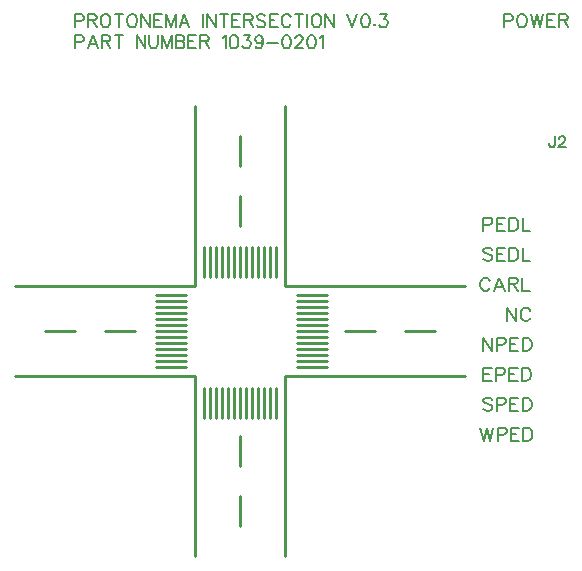
<source format=gto>
G04 Layer: TopSilkscreenLayer*
G04 Panelize: , Column: 2, Row: 2, Board Size: 58.42mm x 58.42mm, Panelized Board Size: 118.84mm x 118.84mm*
G04 EasyEDA v6.5.32, 2023-07-25 14:04:49*
G04 e28a03a1de13489cb67d3f9b02de052e,5a6b42c53f6a479593ecc07194224c93,10*
G04 Gerber Generator version 0.2*
G04 Scale: 100 percent, Rotated: No, Reflected: No *
G04 Dimensions in millimeters *
G04 leading zeros omitted , absolute positions ,4 integer and 5 decimal *
%FSLAX45Y45*%
%MOMM*%

%ADD10C,0.1524*%
%ADD11C,0.2540*%

%LPD*%
D10*
X762000Y5423915D02*
G01*
X762000Y5314950D01*
X762000Y5423915D02*
G01*
X808736Y5423915D01*
X824229Y5418836D01*
X829563Y5413502D01*
X834644Y5403087D01*
X834644Y5387594D01*
X829563Y5377179D01*
X824229Y5372100D01*
X808736Y5366765D01*
X762000Y5366765D01*
X910589Y5423915D02*
G01*
X868934Y5314950D01*
X910589Y5423915D02*
G01*
X952245Y5314950D01*
X884681Y5351271D02*
G01*
X936497Y5351271D01*
X986536Y5423915D02*
G01*
X986536Y5314950D01*
X986536Y5423915D02*
G01*
X1033271Y5423915D01*
X1048765Y5418836D01*
X1054100Y5413502D01*
X1059179Y5403087D01*
X1059179Y5392673D01*
X1054100Y5382260D01*
X1048765Y5377179D01*
X1033271Y5372100D01*
X986536Y5372100D01*
X1022857Y5372100D02*
G01*
X1059179Y5314950D01*
X1129792Y5423915D02*
G01*
X1129792Y5314950D01*
X1093470Y5423915D02*
G01*
X1166113Y5423915D01*
X1280413Y5423915D02*
G01*
X1280413Y5314950D01*
X1280413Y5423915D02*
G01*
X1353312Y5314950D01*
X1353312Y5423915D02*
G01*
X1353312Y5314950D01*
X1387602Y5423915D02*
G01*
X1387602Y5345937D01*
X1392681Y5330444D01*
X1403095Y5320029D01*
X1418589Y5314950D01*
X1429004Y5314950D01*
X1444752Y5320029D01*
X1455165Y5330444D01*
X1460245Y5345937D01*
X1460245Y5423915D01*
X1494536Y5423915D02*
G01*
X1494536Y5314950D01*
X1494536Y5423915D02*
G01*
X1536192Y5314950D01*
X1577594Y5423915D02*
G01*
X1536192Y5314950D01*
X1577594Y5423915D02*
G01*
X1577594Y5314950D01*
X1611884Y5423915D02*
G01*
X1611884Y5314950D01*
X1611884Y5423915D02*
G01*
X1658620Y5423915D01*
X1674368Y5418836D01*
X1679447Y5413502D01*
X1684781Y5403087D01*
X1684781Y5392673D01*
X1679447Y5382260D01*
X1674368Y5377179D01*
X1658620Y5372100D01*
X1611884Y5372100D02*
G01*
X1658620Y5372100D01*
X1674368Y5366765D01*
X1679447Y5361686D01*
X1684781Y5351271D01*
X1684781Y5335523D01*
X1679447Y5325110D01*
X1674368Y5320029D01*
X1658620Y5314950D01*
X1611884Y5314950D01*
X1719071Y5423915D02*
G01*
X1719071Y5314950D01*
X1719071Y5423915D02*
G01*
X1786636Y5423915D01*
X1719071Y5372100D02*
G01*
X1760473Y5372100D01*
X1719071Y5314950D02*
G01*
X1786636Y5314950D01*
X1820926Y5423915D02*
G01*
X1820926Y5314950D01*
X1820926Y5423915D02*
G01*
X1867662Y5423915D01*
X1883155Y5418836D01*
X1888489Y5413502D01*
X1893570Y5403087D01*
X1893570Y5392673D01*
X1888489Y5382260D01*
X1883155Y5377179D01*
X1867662Y5372100D01*
X1820926Y5372100D01*
X1857247Y5372100D02*
G01*
X1893570Y5314950D01*
X2007870Y5403087D02*
G01*
X2018284Y5408421D01*
X2033777Y5423915D01*
X2033777Y5314950D01*
X2099309Y5423915D02*
G01*
X2083815Y5418836D01*
X2073402Y5403087D01*
X2068068Y5377179D01*
X2068068Y5361686D01*
X2073402Y5335523D01*
X2083815Y5320029D01*
X2099309Y5314950D01*
X2109724Y5314950D01*
X2125218Y5320029D01*
X2135631Y5335523D01*
X2140965Y5361686D01*
X2140965Y5377179D01*
X2135631Y5403087D01*
X2125218Y5418836D01*
X2109724Y5423915D01*
X2099309Y5423915D01*
X2185670Y5423915D02*
G01*
X2242820Y5423915D01*
X2211577Y5382260D01*
X2227072Y5382260D01*
X2237486Y5377179D01*
X2242820Y5372100D01*
X2247900Y5356352D01*
X2247900Y5345937D01*
X2242820Y5330444D01*
X2232406Y5320029D01*
X2216658Y5314950D01*
X2201163Y5314950D01*
X2185670Y5320029D01*
X2180336Y5325110D01*
X2175256Y5335523D01*
X2349754Y5387594D02*
G01*
X2344420Y5372100D01*
X2334259Y5361686D01*
X2318511Y5356352D01*
X2313431Y5356352D01*
X2297684Y5361686D01*
X2287270Y5372100D01*
X2282190Y5387594D01*
X2282190Y5392673D01*
X2287270Y5408421D01*
X2297684Y5418836D01*
X2313431Y5423915D01*
X2318511Y5423915D01*
X2334259Y5418836D01*
X2344420Y5408421D01*
X2349754Y5387594D01*
X2349754Y5361686D01*
X2344420Y5335523D01*
X2334259Y5320029D01*
X2318511Y5314950D01*
X2308097Y5314950D01*
X2292604Y5320029D01*
X2287270Y5330444D01*
X2384043Y5361686D02*
G01*
X2477515Y5361686D01*
X2543047Y5423915D02*
G01*
X2527300Y5418836D01*
X2517140Y5403087D01*
X2511806Y5377179D01*
X2511806Y5361686D01*
X2517140Y5335523D01*
X2527300Y5320029D01*
X2543047Y5314950D01*
X2553461Y5314950D01*
X2568956Y5320029D01*
X2579370Y5335523D01*
X2584450Y5361686D01*
X2584450Y5377179D01*
X2579370Y5403087D01*
X2568956Y5418836D01*
X2553461Y5423915D01*
X2543047Y5423915D01*
X2624074Y5398007D02*
G01*
X2624074Y5403087D01*
X2629154Y5413502D01*
X2634488Y5418836D01*
X2644902Y5423915D01*
X2665729Y5423915D01*
X2675890Y5418836D01*
X2681224Y5413502D01*
X2686304Y5403087D01*
X2686304Y5392673D01*
X2681224Y5382260D01*
X2670809Y5366765D01*
X2618740Y5314950D01*
X2691638Y5314950D01*
X2757170Y5423915D02*
G01*
X2741422Y5418836D01*
X2731008Y5403087D01*
X2725927Y5377179D01*
X2725927Y5361686D01*
X2731008Y5335523D01*
X2741422Y5320029D01*
X2757170Y5314950D01*
X2767329Y5314950D01*
X2783077Y5320029D01*
X2793491Y5335523D01*
X2798572Y5361686D01*
X2798572Y5377179D01*
X2793491Y5403087D01*
X2783077Y5418836D01*
X2767329Y5423915D01*
X2757170Y5423915D01*
X2832861Y5403087D02*
G01*
X2843275Y5408421D01*
X2858770Y5423915D01*
X2858770Y5314950D01*
X762000Y5601715D02*
G01*
X762000Y5492750D01*
X762000Y5601715D02*
G01*
X808736Y5601715D01*
X824229Y5596636D01*
X829563Y5591302D01*
X834644Y5580887D01*
X834644Y5565394D01*
X829563Y5554979D01*
X824229Y5549900D01*
X808736Y5544565D01*
X762000Y5544565D01*
X868934Y5601715D02*
G01*
X868934Y5492750D01*
X868934Y5601715D02*
G01*
X915670Y5601715D01*
X931418Y5596636D01*
X936497Y5591302D01*
X941831Y5580887D01*
X941831Y5570473D01*
X936497Y5560060D01*
X931418Y5554979D01*
X915670Y5549900D01*
X868934Y5549900D01*
X905510Y5549900D02*
G01*
X941831Y5492750D01*
X1007110Y5601715D02*
G01*
X996950Y5596636D01*
X986536Y5586221D01*
X981202Y5575807D01*
X976121Y5560060D01*
X976121Y5534152D01*
X981202Y5518657D01*
X986536Y5508244D01*
X996950Y5497829D01*
X1007110Y5492750D01*
X1027937Y5492750D01*
X1038352Y5497829D01*
X1048765Y5508244D01*
X1054100Y5518657D01*
X1059179Y5534152D01*
X1059179Y5560060D01*
X1054100Y5575807D01*
X1048765Y5586221D01*
X1038352Y5596636D01*
X1027937Y5601715D01*
X1007110Y5601715D01*
X1129792Y5601715D02*
G01*
X1129792Y5492750D01*
X1093470Y5601715D02*
G01*
X1166113Y5601715D01*
X1231645Y5601715D02*
G01*
X1221231Y5596636D01*
X1210818Y5586221D01*
X1205737Y5575807D01*
X1200404Y5560060D01*
X1200404Y5534152D01*
X1205737Y5518657D01*
X1210818Y5508244D01*
X1221231Y5497829D01*
X1231645Y5492750D01*
X1252473Y5492750D01*
X1262887Y5497829D01*
X1273302Y5508244D01*
X1278381Y5518657D01*
X1283715Y5534152D01*
X1283715Y5560060D01*
X1278381Y5575807D01*
X1273302Y5586221D01*
X1262887Y5596636D01*
X1252473Y5601715D01*
X1231645Y5601715D01*
X1318005Y5601715D02*
G01*
X1318005Y5492750D01*
X1318005Y5601715D02*
G01*
X1390650Y5492750D01*
X1390650Y5601715D02*
G01*
X1390650Y5492750D01*
X1424939Y5601715D02*
G01*
X1424939Y5492750D01*
X1424939Y5601715D02*
G01*
X1492504Y5601715D01*
X1424939Y5549900D02*
G01*
X1466595Y5549900D01*
X1424939Y5492750D02*
G01*
X1492504Y5492750D01*
X1526794Y5601715D02*
G01*
X1526794Y5492750D01*
X1526794Y5601715D02*
G01*
X1568450Y5492750D01*
X1609852Y5601715D02*
G01*
X1568450Y5492750D01*
X1609852Y5601715D02*
G01*
X1609852Y5492750D01*
X1685797Y5601715D02*
G01*
X1644142Y5492750D01*
X1685797Y5601715D02*
G01*
X1727200Y5492750D01*
X1659889Y5529071D02*
G01*
X1711705Y5529071D01*
X1841500Y5601715D02*
G01*
X1841500Y5492750D01*
X1875789Y5601715D02*
G01*
X1875789Y5492750D01*
X1875789Y5601715D02*
G01*
X1948688Y5492750D01*
X1948688Y5601715D02*
G01*
X1948688Y5492750D01*
X2019300Y5601715D02*
G01*
X2019300Y5492750D01*
X1982977Y5601715D02*
G01*
X2055622Y5601715D01*
X2089911Y5601715D02*
G01*
X2089911Y5492750D01*
X2089911Y5601715D02*
G01*
X2157475Y5601715D01*
X2089911Y5549900D02*
G01*
X2131568Y5549900D01*
X2089911Y5492750D02*
G01*
X2157475Y5492750D01*
X2191765Y5601715D02*
G01*
X2191765Y5492750D01*
X2191765Y5601715D02*
G01*
X2238502Y5601715D01*
X2254250Y5596636D01*
X2259329Y5591302D01*
X2264409Y5580887D01*
X2264409Y5570473D01*
X2259329Y5560060D01*
X2254250Y5554979D01*
X2238502Y5549900D01*
X2191765Y5549900D01*
X2228088Y5549900D02*
G01*
X2264409Y5492750D01*
X2371597Y5586221D02*
G01*
X2361184Y5596636D01*
X2345690Y5601715D01*
X2324861Y5601715D01*
X2309113Y5596636D01*
X2298700Y5586221D01*
X2298700Y5575807D01*
X2304034Y5565394D01*
X2309113Y5560060D01*
X2319527Y5554979D01*
X2350770Y5544565D01*
X2361184Y5539486D01*
X2366263Y5534152D01*
X2371597Y5523737D01*
X2371597Y5508244D01*
X2361184Y5497829D01*
X2345690Y5492750D01*
X2324861Y5492750D01*
X2309113Y5497829D01*
X2298700Y5508244D01*
X2405888Y5601715D02*
G01*
X2405888Y5492750D01*
X2405888Y5601715D02*
G01*
X2473452Y5601715D01*
X2405888Y5549900D02*
G01*
X2447290Y5549900D01*
X2405888Y5492750D02*
G01*
X2473452Y5492750D01*
X2585720Y5575807D02*
G01*
X2580386Y5586221D01*
X2569972Y5596636D01*
X2559558Y5601715D01*
X2538729Y5601715D01*
X2528570Y5596636D01*
X2518156Y5586221D01*
X2512822Y5575807D01*
X2507741Y5560060D01*
X2507741Y5534152D01*
X2512822Y5518657D01*
X2518156Y5508244D01*
X2528570Y5497829D01*
X2538729Y5492750D01*
X2559558Y5492750D01*
X2569972Y5497829D01*
X2580386Y5508244D01*
X2585720Y5518657D01*
X2656331Y5601715D02*
G01*
X2656331Y5492750D01*
X2620009Y5601715D02*
G01*
X2692654Y5601715D01*
X2726943Y5601715D02*
G01*
X2726943Y5492750D01*
X2792475Y5601715D02*
G01*
X2782061Y5596636D01*
X2771647Y5586221D01*
X2766313Y5575807D01*
X2761234Y5560060D01*
X2761234Y5534152D01*
X2766313Y5518657D01*
X2771647Y5508244D01*
X2782061Y5497829D01*
X2792475Y5492750D01*
X2813050Y5492750D01*
X2823463Y5497829D01*
X2833877Y5508244D01*
X2839211Y5518657D01*
X2844291Y5534152D01*
X2844291Y5560060D01*
X2839211Y5575807D01*
X2833877Y5586221D01*
X2823463Y5596636D01*
X2813050Y5601715D01*
X2792475Y5601715D01*
X2878581Y5601715D02*
G01*
X2878581Y5492750D01*
X2878581Y5601715D02*
G01*
X2951479Y5492750D01*
X2951479Y5601715D02*
G01*
X2951479Y5492750D01*
X3065779Y5601715D02*
G01*
X3107181Y5492750D01*
X3148838Y5601715D02*
G01*
X3107181Y5492750D01*
X3214370Y5601715D02*
G01*
X3198622Y5596636D01*
X3188208Y5580887D01*
X3183127Y5554979D01*
X3183127Y5539486D01*
X3188208Y5513323D01*
X3198622Y5497829D01*
X3214370Y5492750D01*
X3224529Y5492750D01*
X3240277Y5497829D01*
X3250691Y5513323D01*
X3255772Y5539486D01*
X3255772Y5554979D01*
X3250691Y5580887D01*
X3240277Y5596636D01*
X3224529Y5601715D01*
X3214370Y5601715D01*
X3295395Y5518657D02*
G01*
X3290061Y5513323D01*
X3295395Y5508244D01*
X3300475Y5513323D01*
X3295395Y5518657D01*
X3345179Y5601715D02*
G01*
X3402329Y5601715D01*
X3371088Y5560060D01*
X3386836Y5560060D01*
X3397250Y5554979D01*
X3402329Y5549900D01*
X3407409Y5534152D01*
X3407409Y5523737D01*
X3402329Y5508244D01*
X3391915Y5497829D01*
X3376422Y5492750D01*
X3360674Y5492750D01*
X3345179Y5497829D01*
X3340100Y5502910D01*
X3334765Y5513323D01*
X4820645Y4571220D02*
G01*
X4820645Y4498576D01*
X4816073Y4484860D01*
X4811501Y4480288D01*
X4802357Y4475716D01*
X4793467Y4475716D01*
X4784323Y4480288D01*
X4779751Y4484860D01*
X4775179Y4498576D01*
X4775179Y4507720D01*
X4855189Y4548614D02*
G01*
X4855189Y4553186D01*
X4859761Y4562076D01*
X4864333Y4566648D01*
X4873477Y4571220D01*
X4891511Y4571220D01*
X4900655Y4566648D01*
X4905227Y4562076D01*
X4909799Y4553186D01*
X4909799Y4544042D01*
X4905227Y4534898D01*
X4896083Y4521182D01*
X4850617Y4475716D01*
X4914371Y4475716D01*
X4216392Y3880350D02*
G01*
X4216392Y3765796D01*
X4216392Y3880350D02*
G01*
X4265414Y3880350D01*
X4281924Y3874762D01*
X4287258Y3869428D01*
X4292846Y3858506D01*
X4292846Y3841996D01*
X4287258Y3831074D01*
X4281924Y3825740D01*
X4265414Y3820406D01*
X4216392Y3820406D01*
X4328660Y3880350D02*
G01*
X4328660Y3765796D01*
X4328660Y3880350D02*
G01*
X4399780Y3880350D01*
X4328660Y3825740D02*
G01*
X4372348Y3825740D01*
X4328660Y3765796D02*
G01*
X4399780Y3765796D01*
X4435594Y3880350D02*
G01*
X4435594Y3765796D01*
X4435594Y3880350D02*
G01*
X4473948Y3880350D01*
X4490204Y3874762D01*
X4501126Y3863840D01*
X4506460Y3852918D01*
X4512048Y3836662D01*
X4512048Y3809484D01*
X4506460Y3792974D01*
X4501126Y3782052D01*
X4490204Y3771130D01*
X4473948Y3765796D01*
X4435594Y3765796D01*
X4548116Y3880350D02*
G01*
X4548116Y3765796D01*
X4548116Y3765796D02*
G01*
X4613394Y3765796D01*
X4272780Y3344918D02*
G01*
X4267446Y3355840D01*
X4256524Y3366762D01*
X4245602Y3372350D01*
X4223758Y3372350D01*
X4212836Y3366762D01*
X4201914Y3355840D01*
X4196326Y3344918D01*
X4190992Y3328662D01*
X4190992Y3301484D01*
X4196326Y3284974D01*
X4201914Y3274052D01*
X4212836Y3263130D01*
X4223758Y3257796D01*
X4245602Y3257796D01*
X4256524Y3263130D01*
X4267446Y3274052D01*
X4272780Y3284974D01*
X4352536Y3372350D02*
G01*
X4308848Y3257796D01*
X4352536Y3372350D02*
G01*
X4395970Y3257796D01*
X4325104Y3295896D02*
G01*
X4379714Y3295896D01*
X4432038Y3372350D02*
G01*
X4432038Y3257796D01*
X4432038Y3372350D02*
G01*
X4481060Y3372350D01*
X4497570Y3366762D01*
X4502904Y3361428D01*
X4508492Y3350506D01*
X4508492Y3339584D01*
X4502904Y3328662D01*
X4497570Y3323074D01*
X4481060Y3317740D01*
X4432038Y3317740D01*
X4470138Y3317740D02*
G01*
X4508492Y3257796D01*
X4544560Y3372350D02*
G01*
X4544560Y3257796D01*
X4544560Y3257796D02*
G01*
X4609838Y3257796D01*
X4419592Y3118352D02*
G01*
X4419592Y3003798D01*
X4419592Y3118352D02*
G01*
X4496046Y3003798D01*
X4496046Y3118352D02*
G01*
X4496046Y3003798D01*
X4613648Y3090920D02*
G01*
X4608314Y3101842D01*
X4597392Y3112764D01*
X4586470Y3118352D01*
X4564626Y3118352D01*
X4553704Y3112764D01*
X4542782Y3101842D01*
X4537448Y3090920D01*
X4531860Y3074664D01*
X4531860Y3047486D01*
X4537448Y3030976D01*
X4542782Y3020054D01*
X4553704Y3009132D01*
X4564626Y3003798D01*
X4586470Y3003798D01*
X4597392Y3009132D01*
X4608314Y3020054D01*
X4613648Y3030976D01*
X4216392Y2610352D02*
G01*
X4216392Y2495798D01*
X4216392Y2610352D02*
G01*
X4287258Y2610352D01*
X4216392Y2555742D02*
G01*
X4260080Y2555742D01*
X4216392Y2495798D02*
G01*
X4287258Y2495798D01*
X4323326Y2610352D02*
G01*
X4323326Y2495798D01*
X4323326Y2610352D02*
G01*
X4372348Y2610352D01*
X4388858Y2604764D01*
X4394192Y2599430D01*
X4399780Y2588508D01*
X4399780Y2571998D01*
X4394192Y2561076D01*
X4388858Y2555742D01*
X4372348Y2550408D01*
X4323326Y2550408D01*
X4435594Y2610352D02*
G01*
X4435594Y2495798D01*
X4435594Y2610352D02*
G01*
X4506460Y2610352D01*
X4435594Y2555742D02*
G01*
X4479282Y2555742D01*
X4435594Y2495798D02*
G01*
X4506460Y2495798D01*
X4542528Y2610352D02*
G01*
X4542528Y2495798D01*
X4542528Y2610352D02*
G01*
X4580628Y2610352D01*
X4597138Y2604764D01*
X4608060Y2593842D01*
X4613394Y2582920D01*
X4618982Y2566664D01*
X4618982Y2539486D01*
X4613394Y2522976D01*
X4608060Y2512054D01*
X4597138Y2501132D01*
X4580628Y2495798D01*
X4542528Y2495798D01*
X4292846Y3609840D02*
G01*
X4281924Y3620762D01*
X4265414Y3626350D01*
X4243570Y3626350D01*
X4227314Y3620762D01*
X4216392Y3609840D01*
X4216392Y3598918D01*
X4221726Y3587996D01*
X4227314Y3582662D01*
X4238236Y3577074D01*
X4271002Y3566406D01*
X4281924Y3560818D01*
X4287258Y3555484D01*
X4292846Y3544562D01*
X4292846Y3528052D01*
X4281924Y3517130D01*
X4265414Y3511796D01*
X4243570Y3511796D01*
X4227314Y3517130D01*
X4216392Y3528052D01*
X4328660Y3626350D02*
G01*
X4328660Y3511796D01*
X4328660Y3626350D02*
G01*
X4399780Y3626350D01*
X4328660Y3571740D02*
G01*
X4372348Y3571740D01*
X4328660Y3511796D02*
G01*
X4399780Y3511796D01*
X4435594Y3626350D02*
G01*
X4435594Y3511796D01*
X4435594Y3626350D02*
G01*
X4473948Y3626350D01*
X4490204Y3620762D01*
X4501126Y3609840D01*
X4506460Y3598918D01*
X4512048Y3582662D01*
X4512048Y3555484D01*
X4506460Y3538974D01*
X4501126Y3528052D01*
X4490204Y3517130D01*
X4473948Y3511796D01*
X4435594Y3511796D01*
X4548116Y3626350D02*
G01*
X4548116Y3511796D01*
X4548116Y3511796D02*
G01*
X4613394Y3511796D01*
X4216392Y2864352D02*
G01*
X4216392Y2749798D01*
X4216392Y2864352D02*
G01*
X4292846Y2749798D01*
X4292846Y2864352D02*
G01*
X4292846Y2749798D01*
X4328660Y2864352D02*
G01*
X4328660Y2749798D01*
X4328660Y2864352D02*
G01*
X4377936Y2864352D01*
X4394192Y2858764D01*
X4399780Y2853430D01*
X4405114Y2842508D01*
X4405114Y2825998D01*
X4399780Y2815076D01*
X4394192Y2809742D01*
X4377936Y2804408D01*
X4328660Y2804408D01*
X4441182Y2864352D02*
G01*
X4441182Y2749798D01*
X4441182Y2864352D02*
G01*
X4512048Y2864352D01*
X4441182Y2809742D02*
G01*
X4484870Y2809742D01*
X4441182Y2749798D02*
G01*
X4512048Y2749798D01*
X4548116Y2864352D02*
G01*
X4548116Y2749798D01*
X4548116Y2864352D02*
G01*
X4586216Y2864352D01*
X4602472Y2858764D01*
X4613394Y2847842D01*
X4618982Y2836920D01*
X4624316Y2820664D01*
X4624316Y2793486D01*
X4618982Y2776976D01*
X4613394Y2766054D01*
X4602472Y2755132D01*
X4586216Y2749798D01*
X4548116Y2749798D01*
X4292846Y2339842D02*
G01*
X4281924Y2350764D01*
X4265414Y2356352D01*
X4243570Y2356352D01*
X4227314Y2350764D01*
X4216392Y2339842D01*
X4216392Y2328920D01*
X4221726Y2317998D01*
X4227314Y2312664D01*
X4238236Y2307076D01*
X4271002Y2296408D01*
X4281924Y2290820D01*
X4287258Y2285486D01*
X4292846Y2274564D01*
X4292846Y2258054D01*
X4281924Y2247132D01*
X4265414Y2241798D01*
X4243570Y2241798D01*
X4227314Y2247132D01*
X4216392Y2258054D01*
X4328660Y2356352D02*
G01*
X4328660Y2241798D01*
X4328660Y2356352D02*
G01*
X4377936Y2356352D01*
X4394192Y2350764D01*
X4399780Y2345430D01*
X4405114Y2334508D01*
X4405114Y2317998D01*
X4399780Y2307076D01*
X4394192Y2301742D01*
X4377936Y2296408D01*
X4328660Y2296408D01*
X4441182Y2356352D02*
G01*
X4441182Y2241798D01*
X4441182Y2356352D02*
G01*
X4512048Y2356352D01*
X4441182Y2301742D02*
G01*
X4484870Y2301742D01*
X4441182Y2241798D02*
G01*
X4512048Y2241798D01*
X4548116Y2356352D02*
G01*
X4548116Y2241798D01*
X4548116Y2356352D02*
G01*
X4586216Y2356352D01*
X4602472Y2350764D01*
X4613394Y2339842D01*
X4618982Y2328920D01*
X4624316Y2312664D01*
X4624316Y2285486D01*
X4618982Y2268976D01*
X4613394Y2258054D01*
X4602472Y2247132D01*
X4586216Y2241798D01*
X4548116Y2241798D01*
X4190992Y2102352D02*
G01*
X4218170Y1987798D01*
X4245602Y2102352D02*
G01*
X4218170Y1987798D01*
X4245602Y2102352D02*
G01*
X4272780Y1987798D01*
X4299958Y2102352D02*
G01*
X4272780Y1987798D01*
X4336026Y2102352D02*
G01*
X4336026Y1987798D01*
X4336026Y2102352D02*
G01*
X4385048Y2102352D01*
X4401558Y2096764D01*
X4406892Y2091430D01*
X4412480Y2080508D01*
X4412480Y2063998D01*
X4406892Y2053076D01*
X4401558Y2047742D01*
X4385048Y2042408D01*
X4336026Y2042408D01*
X4448548Y2102352D02*
G01*
X4448548Y1987798D01*
X4448548Y2102352D02*
G01*
X4519414Y2102352D01*
X4448548Y2047742D02*
G01*
X4491982Y2047742D01*
X4448548Y1987798D02*
G01*
X4519414Y1987798D01*
X4555228Y2102352D02*
G01*
X4555228Y1987798D01*
X4555228Y2102352D02*
G01*
X4593582Y2102352D01*
X4609838Y2096764D01*
X4620760Y2085842D01*
X4626348Y2074920D01*
X4631682Y2058664D01*
X4631682Y2031486D01*
X4626348Y2014976D01*
X4620760Y2004054D01*
X4609838Y1993132D01*
X4593582Y1987798D01*
X4555228Y1987798D01*
X4394200Y5601715D02*
G01*
X4394200Y5492750D01*
X4394200Y5601715D02*
G01*
X4440936Y5601715D01*
X4456429Y5596636D01*
X4461763Y5591302D01*
X4466843Y5580887D01*
X4466843Y5565394D01*
X4461763Y5554979D01*
X4456429Y5549900D01*
X4440936Y5544565D01*
X4394200Y5544565D01*
X4532375Y5601715D02*
G01*
X4521961Y5596636D01*
X4511547Y5586221D01*
X4506468Y5575807D01*
X4501134Y5560060D01*
X4501134Y5534152D01*
X4506468Y5518657D01*
X4511547Y5508244D01*
X4521961Y5497829D01*
X4532375Y5492750D01*
X4553204Y5492750D01*
X4563618Y5497829D01*
X4574031Y5508244D01*
X4579111Y5518657D01*
X4584445Y5534152D01*
X4584445Y5560060D01*
X4579111Y5575807D01*
X4574031Y5586221D01*
X4563618Y5596636D01*
X4553204Y5601715D01*
X4532375Y5601715D01*
X4618736Y5601715D02*
G01*
X4644643Y5492750D01*
X4670552Y5601715D02*
G01*
X4644643Y5492750D01*
X4670552Y5601715D02*
G01*
X4696459Y5492750D01*
X4722622Y5601715D02*
G01*
X4696459Y5492750D01*
X4756911Y5601715D02*
G01*
X4756911Y5492750D01*
X4756911Y5601715D02*
G01*
X4824475Y5601715D01*
X4756911Y5549900D02*
G01*
X4798313Y5549900D01*
X4756911Y5492750D02*
G01*
X4824475Y5492750D01*
X4858765Y5601715D02*
G01*
X4858765Y5492750D01*
X4858765Y5601715D02*
G01*
X4905502Y5601715D01*
X4920995Y5596636D01*
X4926329Y5591302D01*
X4931409Y5580887D01*
X4931409Y5570473D01*
X4926329Y5560060D01*
X4920995Y5554979D01*
X4905502Y5549900D01*
X4858765Y5549900D01*
X4895088Y5549900D02*
G01*
X4931409Y5492750D01*
D11*
X1778000Y3302086D02*
G01*
X253994Y3302086D01*
X4063987Y3301994D02*
G01*
X2540000Y3302093D01*
X1778000Y2539994D02*
G01*
X253994Y2539994D01*
X4064000Y2539994D02*
G01*
X2540000Y2539994D01*
X1701800Y3225794D02*
G01*
X1447794Y3225794D01*
X1701800Y3174994D02*
G01*
X1447794Y3174994D01*
X1701800Y3124194D02*
G01*
X1447794Y3124194D01*
X1701800Y3073394D02*
G01*
X1447794Y3073394D01*
X1701800Y3022594D02*
G01*
X1447794Y3022594D01*
X1701800Y2971794D02*
G01*
X1447794Y2971794D01*
X1701800Y2920994D02*
G01*
X1447794Y2920994D01*
X1701800Y2870194D02*
G01*
X1447794Y2870194D01*
X1701800Y2819394D02*
G01*
X1447794Y2819394D01*
X1701800Y2768594D02*
G01*
X1447794Y2768594D01*
X1701800Y2717794D02*
G01*
X1447794Y2717794D01*
X1701800Y2666994D02*
G01*
X1447794Y2666994D01*
X1701800Y2616194D02*
G01*
X1447794Y2616194D01*
X762000Y2920994D02*
G01*
X508000Y2920994D01*
X1854200Y2438400D02*
G01*
X1854200Y2184394D01*
X1905000Y2438400D02*
G01*
X1905000Y2184394D01*
X1955800Y2438400D02*
G01*
X1955800Y2184394D01*
X2006600Y2438400D02*
G01*
X2006600Y2184394D01*
X2057400Y2438400D02*
G01*
X2057400Y2184394D01*
X2108200Y2438400D02*
G01*
X2108200Y2184394D01*
X2159000Y2438400D02*
G01*
X2159000Y2184394D01*
X2209800Y2438400D02*
G01*
X2209800Y2184394D01*
X2260600Y2438400D02*
G01*
X2260600Y2184394D01*
X2311400Y2438400D02*
G01*
X2311400Y2184394D01*
X2362200Y2438400D02*
G01*
X2362200Y2184394D01*
X2413000Y2438400D02*
G01*
X2413000Y2184394D01*
X2463800Y2438400D02*
G01*
X2463800Y2184394D01*
X2159000Y2031994D02*
G01*
X2159000Y1777994D01*
X2463800Y3378194D02*
G01*
X2463800Y3632200D01*
X2413000Y3378194D02*
G01*
X2413000Y3632200D01*
X2362200Y3378194D02*
G01*
X2362200Y3632200D01*
X2311400Y3378194D02*
G01*
X2311400Y3632200D01*
X2260600Y3378194D02*
G01*
X2260600Y3632200D01*
X2209800Y3378194D02*
G01*
X2209800Y3632200D01*
X2159000Y3378194D02*
G01*
X2159000Y3632200D01*
X2108200Y3378194D02*
G01*
X2108200Y3632200D01*
X2057400Y3378194D02*
G01*
X2057400Y3632200D01*
X2006600Y3378194D02*
G01*
X2006600Y3632200D01*
X1955800Y3378194D02*
G01*
X1955800Y3632200D01*
X1905000Y3378194D02*
G01*
X1905000Y3632200D01*
X1854200Y3378194D02*
G01*
X1854200Y3632200D01*
X2159000Y4317994D02*
G01*
X2159000Y4571994D01*
X2641587Y2616194D02*
G01*
X2895600Y2616194D01*
X2641587Y2666994D02*
G01*
X2895600Y2666994D01*
X2641587Y2717794D02*
G01*
X2895600Y2717794D01*
X2641587Y2768594D02*
G01*
X2895600Y2768594D01*
X2641587Y2819394D02*
G01*
X2895600Y2819394D01*
X2641587Y2870194D02*
G01*
X2895600Y2870194D01*
X2641587Y2920994D02*
G01*
X2895600Y2920994D01*
X2641587Y2971794D02*
G01*
X2895600Y2971794D01*
X2641587Y3022594D02*
G01*
X2895600Y3022594D01*
X2641587Y3073394D02*
G01*
X2895600Y3073394D01*
X2641587Y3124194D02*
G01*
X2895600Y3124194D01*
X2641587Y3174994D02*
G01*
X2895600Y3174994D01*
X2641587Y3225794D02*
G01*
X2895600Y3225794D01*
X3048000Y2920994D02*
G01*
X3302000Y2920994D01*
X3556000Y2920994D02*
G01*
X3810000Y2920994D01*
X2158987Y1523994D02*
G01*
X2158987Y1269994D01*
X2159000Y3809994D02*
G01*
X2159000Y4063994D01*
X1270000Y2920994D02*
G01*
X1016000Y2920994D01*
X1778000Y2539994D02*
G01*
X1778000Y1016000D01*
X2540000Y2539994D02*
G01*
X2540000Y1016000D01*
X2540000Y4825987D02*
G01*
X2540000Y3302093D01*
X1778000Y4825987D02*
G01*
X1778000Y3302086D01*
M02*

</source>
